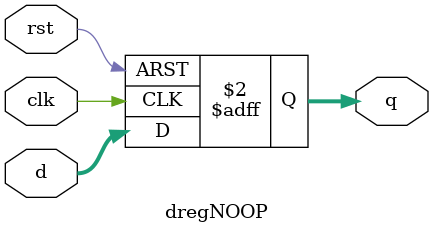
<source format=v>
module dregNOOP # (parameter WIDTH = 32) (
        input  wire             clk,
        input  wire             rst,
        input  wire [WIDTH-1:0] d,
        output reg  [WIDTH-1:0] q
    );
    always @ (posedge clk, posedge rst) begin
        if (rst) q <= {WIDTH{1'b1}} ;
        else     q <= d;
    end
endmodule

</source>
